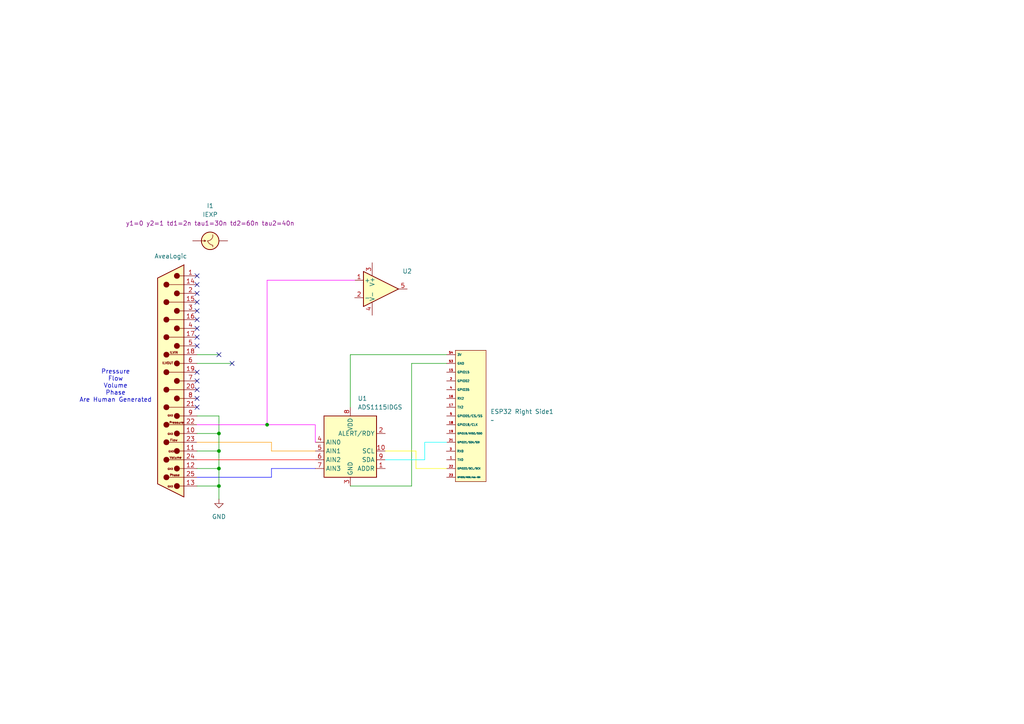
<source format=kicad_sch>
(kicad_sch (version 20250114) (generator "eeschema") (generator_version "9.0")
  (paper "A4")
  (lib_symbols
    (symbol "Analog_ADC:ADS1115IDGS"
      (property "Reference" "U" (at 2.54 13.97 0))
      (property "Value" "ADS1115IDGS" (at 7.62 11.43 0))
      (symbol "ADS1115IDGS_0_1"
        (rectangle (start -7.62 10.16) (end 7.62 -7.62) (stroke (width 0.254)) (fill (type background)))
      )
      (symbol "ADS1115IDGS_1_1"
        (pin input line (at -10.16 2.54 0) (length 2.54) (name "AIN0") (number "4"))
        (pin input line (at -10.16 0 0) (length 2.54) (name "AIN1") (number "5"))
        (pin input line (at -10.16 -2.54 0) (length 2.54) (name "AIN2") (number "6"))
        (pin input line (at -10.16 -5.08 0) (length 2.54) (name "AIN3") (number "7"))
        (pin power_in line (at 0 12.7 270) (length 2.54) (name "VDD") (number "8"))
        (pin power_in line (at 0 -10.16 90) (length 2.54) (name "GND") (number "3"))
        (pin output line (at 10.16 5.08 180) (length 2.54) (name "ALERT/RDY") (number "2"))
        (pin input line (at 10.16 0 180) (length 2.54) (name "SCL") (number "10"))
        (pin bidirectional line (at 10.16 -2.54 180) (length 2.54) (name "SDA") (number "9"))
        (pin input line (at 10.16 -5.08 180) (length 2.54) (name "ADDR") (number "1"))
      )
    )
    (symbol "Simulation_SPICE:IEXP" (pin_numbers (hide yes)) (pin_names (offset 0.0254))
      (property "Reference" "I" (at 2.54 2.54 0))
      (property "Value" "IEXP" (at 2.54 0 0))
      (property "Sim.Params" "y1=0 y2=1 td1=2n tau1=30n td2=60n tau2=40n" (at 2.54 -2.54 0))
      (symbol "IEXP_0_0"
        (polyline (pts (xy -1.27 -0.762) (xy -1.778 -0.762)))
        (arc (start -1.27 -0.762) (mid -0.8506 0.1796) (end 0 0.762))
        (polyline (pts (xy 1.27 -0.762) (xy 1.778 -0.762)))
        (arc (start 1.27 -0.762) (mid 0.3591 -0.2299) (end 0 0.762))
      )
      (symbol "IEXP_0_1"
        (polyline (pts (xy -0.254 1.778) (xy 0 1.27) (xy 0.254 1.778)))
        (polyline (pts (xy 0 1.27) (xy 0 2.286)))
        (circle (center 0 0) (radius 2.54) (stroke (width 0.254)) (fill (type background)))
      )
      (symbol "IEXP_1_1"
        (pin passive line (at 0 5.08 270) (length 2.54) (name "~") (number "1"))
        (pin passive line (at 0 -5.08 90) (length 2.54) (name "~") (number "2"))
      )
    )
    (symbol "Simulation_SPICE:OPAMP" (pin_names (offset 0.254))
      (property "Reference" "U" (at 3.81 3.175 0))
      (property "Value" "${SIM.PARAMS}" (at 3.81 -3.175 0))
      (symbol "OPAMP_0_1"
        (polyline (pts (xy 5.08 0) (xy -5.08 5.08) (xy -5.08 -5.08) (xy 5.08 0)) (stroke (width 0.254)) (fill (type background)))
      )
      (symbol "OPAMP_1_1"
        (pin input line (at -7.62 2.54 0) (length 2.54) (name "+") (number "1"))
        (pin input line (at -7.62 -2.54 0) (length 2.54) (name "-") (number "2"))
        (pin power_in line (at -2.54 7.62 270) (length 3.81) (name "V+") (number "3"))
        (pin power_in line (at -2.54 -7.62 90) (length 3.81) (name "V-") (number "4"))
        (pin output line (at 7.62 0 180) (length 2.54) (name "~") (number "5"))
      )
    )
    (symbol "UserDefined:AveaLogic" (pin_names (offset 1.016) (hide yes))
      (property "Value" "AveaLogic" (at -32.385 35.56 0))
      (symbol "AveaLogic_0_1"
        (circle (center -33.655 28.575) (radius 0.762) (fill (type outline)))
        (circle (center -33.655 23.495) (radius 0.762) (fill (type outline)))
        (circle (center -33.655 18.415) (radius 0.762) (fill (type outline)))
        (circle (center -33.655 13.335) (radius 0.762) (fill (type outline)))
        (circle (center -33.655 8.255) (radius 0.762) (fill (type outline)))
        (circle (center -33.655 3.175) (radius 0.762) (fill (type outline)))
        (circle (center -33.655 -1.905) (radius 0.762) (fill (type outline)))
        (circle (center -33.655 -6.985) (radius 0.762) (fill (type outline)))
        (circle (center -33.655 -12.065) (radius 0.762) (fill (type outline)))
        (circle (center -33.655 -17.145) (radius 0.762) (fill (type outline)))
        (circle (center -33.655 -22.225) (radius 0.762) (fill (type outline)))
        (circle (center -33.655 -27.305) (radius 0.762) (fill (type outline)))
        (circle (center -30.607 31.115) (radius 0.762) (fill (type outline)))
        (circle (center -30.607 26.035) (radius 0.762) (fill (type outline)))
        (circle (center -30.607 20.955) (radius 0.762) (fill (type outline)))
        (circle (center -30.607 15.875) (radius 0.762) (fill (type outline)))
        (circle (center -30.607 10.795) (radius 0.762) (fill (type outline)))
        (circle (center -30.607 5.715) (radius 0.762) (fill (type outline)))
        (circle (center -30.607 0.635) (radius 0.762) (fill (type outline)))
        (circle (center -30.607 -4.445) (radius 0.762) (fill (type outline)))
        (circle (center -30.607 -9.525) (radius 0.762) (fill (type outline)))
        (circle (center -30.607 -14.605) (radius 0.762) (fill (type outline)))
        (circle (center -30.607 -19.685) (radius 0.762) (fill (type outline)))
        (circle (center -30.607 -24.765) (radius 0.762) (fill (type outline)))
        (circle (center -30.607 -29.845) (radius 0.762) (fill (type outline)))
        (polyline (pts (xy -28.575 34.29) (xy -36.195 30.48) (xy -36.195 -29.21) (xy -28.575 -33.02) (xy -28.575 34.29)) (stroke (width 0.254)) (fill (type background)))
        (polyline (pts (xy -28.575 31.115) (xy -29.845 31.115)))
        (polyline (pts (xy -28.575 28.575) (xy -32.893 28.575)))
        (polyline (pts (xy -28.575 26.035) (xy -29.845 26.035)))
        (polyline (pts (xy -28.575 23.495) (xy -32.893 23.495)))
        (polyline (pts (xy -28.575 20.955) (xy -29.845 20.955)))
        (polyline (pts (xy -28.575 18.415) (xy -32.893 18.415)))
        (polyline (pts (xy -28.575 15.875) (xy -29.845 15.875)))
        (polyline (pts (xy -28.575 13.335) (xy -32.893 13.335)))
        (polyline (pts (xy -28.575 10.795) (xy -29.845 10.795)))
        (polyline (pts (xy -28.575 8.255) (xy -32.893 8.255)))
        (polyline (pts (xy -28.575 5.715) (xy -29.845 5.715)))
        (polyline (pts (xy -28.575 3.175) (xy -32.893 3.175)))
        (polyline (pts (xy -28.575 0.635) (xy -29.845 0.635)))
        (polyline (pts (xy -28.575 -1.905) (xy -32.893 -1.905)))
        (polyline (pts (xy -28.575 -4.445) (xy -29.845 -4.445)))
        (polyline (pts (xy -28.575 -6.985) (xy -32.893 -6.985)))
        (polyline (pts (xy -28.575 -9.525) (xy -29.845 -9.525)))
        (polyline (pts (xy -28.575 -12.065) (xy -32.893 -12.065)))
        (polyline (pts (xy -28.575 -14.605) (xy -29.845 -14.605)))
        (polyline (pts (xy -28.575 -17.145) (xy -32.893 -17.145)))
        (polyline (pts (xy -28.575 -19.685) (xy -29.845 -19.685)))
        (polyline (pts (xy -28.575 -22.225) (xy -32.893 -22.225)))
        (polyline (pts (xy -28.575 -24.765) (xy -29.845 -24.765)))
        (polyline (pts (xy -28.575 -27.305) (xy -32.893 -27.305)))
        (polyline (pts (xy -28.575 -29.845) (xy -29.845 -29.845)))
      )
      (symbol "AveaLogic_1_1"
        (text "ILVOUT" (at -33.274 5.842 0) (effects (font (size 0.635 0.635))))
        (text "GND" (at -32.512 -9.398 0) (effects (font (size 0.508 0.508))))
        (text "GND" (at -32.512 -14.732 0) (effects (font (size 0.508 0.508))))
        (text "GND" (at -32.512 -24.892 0) (effects (font (size 0.508 0.508))))
        (text "GND" (at -32.512 -29.972 0) (effects (font (size 0.508 0.508))))
        (text "GND" (at -32.258 -19.812 0) (effects (font (size 0.508 0.508))))
        (text "ILVIN" (at -31.496 8.89 0) (effects (font (size 0.635 0.635))))
        (text "Flow" (at -31.496 -16.51 0) (effects (font (size 0.635 0.635))))
        (text "Phase" (at -31.242 -26.67 0) (effects (font (size 0.635 0.635))))
        (text "Volume" (at -30.988 -21.59 0) (effects (font (size 0.635 0.635))))
        (text "Pressure" (at -30.734 -11.43 0) (effects (font (size 0.635 0.635))))
        (pin passive line (at -24.765 31.115 180) (length 3.81) (name "1") (number "1"))
        (pin passive line (at -24.765 28.575 180) (length 3.81) (name "P14") (number "14"))
        (pin passive line (at -24.765 26.035 180) (length 3.81) (name "2") (number "2"))
        (pin passive line (at -24.765 23.495 180) (length 3.81) (name "P15") (number "15"))
        (pin passive line (at -24.765 20.955 180) (length 3.81) (name "3") (number "3"))
        (pin passive line (at -24.765 18.415 180) (length 3.81) (name "P16") (number "16"))
        (pin passive line (at -24.765 15.875 180) (length 3.81) (name "4") (number "4"))
        (pin passive line (at -24.765 13.335 180) (length 3.81) (name "P17") (number "17"))
        (pin passive line (at -24.765 10.795 180) (length 3.81) (name "5") (number "5"))
        (pin passive line (at -24.765 8.255 180) (length 3.81) (name "ILVIN") (number "18"))
        (pin passive line (at -24.765 5.715 180) (length 3.81) (name "ILVOUT") (number "6"))
        (pin passive line (at -24.765 3.175 180) (length 3.81) (name "P19") (number "19"))
        (pin passive line (at -24.765 0.635 180) (length 3.81) (name "7") (number "7"))
        (pin passive line (at -24.765 -1.905 180) (length 3.81) (name "P20") (number "20"))
        (pin passive line (at -24.765 -4.445 180) (length 3.81) (name "8") (number "8"))
        (pin passive line (at -24.765 -6.985 180) (length 3.81) (name "P21") (number "21"))
        (pin power_in line (at -24.765 -9.525 180) (length 3.81) (name "GND") (number "9"))
        (pin passive line (at -24.765 -12.065 180) (length 3.81) (name "PRESSURE") (number "22"))
        (pin power_in line (at -24.765 -14.605 180) (length 3.81) (name "GND") (number "10"))
        (pin passive line (at -24.765 -17.145 180) (length 3.81) (name "FLOW") (number "23"))
        (pin power_in line (at -24.765 -19.685 180) (length 3.81) (name "GND") (number "11"))
        (pin passive line (at -24.765 -22.225 180) (length 3.81) (name "VOLUME") (number "24"))
        (pin power_in line (at -24.765 -24.765 180) (length 3.81) (name "GND") (number "12"))
        (pin passive line (at -24.765 -27.305 180) (length 3.81) (name "PHASE") (number "25"))
        (pin power_in line (at -24.765 -29.845 180) (length 3.81) (name "GND") (number "13"))
      )
    )
    (symbol "UserDefined:ESP32DevKitV1-RightSide"
      (property "Reference" "ESP32 Right Side" (at 16.002 -2.54 0))
      (symbol "ESP32DevKitV1-RightSide_1_1"
        (rectangle (start 11.43 -3.81) (end 20.32 -41.91) (fill (type background)))
        (pin bidirectional line (at 22.86 -5.08 180) (length 2.54) (name "GPIO23/MOSI/Ada-SDI") (number "23"))
        (pin bidirectional line (at 22.86 -7.62 180) (length 2.54) (name "GPIO22/SCL/SCK") (number "22"))
        (pin bidirectional line (at 22.86 -10.16 180) (length 2.54) (name "TX0") (number "1"))
        (pin bidirectional line (at 22.86 -15.24 180) (length 2.54) (name "GPIO21/SDA/SDI") (number "21"))
        (pin bidirectional line (at 22.86 -17.78 180) (length 2.54) (name "GPIO19/MISO/SDO") (number "19"))
        (pin bidirectional line (at 22.86 -20.32 180) (length 2.54) (name "GPIO18/CLK") (number "18"))
        (pin bidirectional line (at 22.86 -22.86 180) (length 2.54) (name "GPIO05/CS/SS") (number "5"))
        (pin bidirectional line (at 22.86 -25.4 180) (length 2.54) (name "TX2") (number "17"))
        (pin bidirectional line (at 22.86 -27.94 180) (length 2.54) (name "RX2") (number "16"))
        (pin bidirectional line (at 22.86 -30.48 180) (length 2.54) (name "GPIO35") (number "4"))
        (pin bidirectional line (at 22.86 -33.02 180) (length 2.54) (name "GPIO02") (number "2"))
        (pin bidirectional line (at 22.86 -35.56 180) (length 2.54) (name "GPIO15") (number "15"))
        (pin power_in line (at 22.86 -38.1 180) (length 2.54) (name "GND") (number "53"))
        (pin power_out line (at 22.86 -40.64 180) (length 2.54) (name "3V") (number "54"))
        (pin bidirectional line (at 22.9449 -12.6419 180) (length 2.54) (name "RX0") (number "3"))
      )
    )
    (symbol "power:GND" (power) (pin_numbers (hide yes)) (pin_names (offset 0) (hide yes))
      (property "Value" "GND" (at 0 -3.81 0))
      (symbol "GND_0_1"
        (polyline (pts (xy 0 0) (xy 0 -1.27) (xy 1.27 -1.27) (xy 0 -2.54) (xy -1.27 -1.27) (xy 0 -1.27)))
      )
      (symbol "GND_1_1"
        (pin power_in line (at 0 0 270) (length 0) (name "~") (number "1"))
      )
    )
  )
  (text "Pressure\nFlow\nVolume\nPhase\nAre Human Generated" (at 33.528 112.014 0) (effects (font (size 1.27 1.27))))
  (junction (at 77.47 123.19))
  (junction (at 63.5 135.89))
  (junction (at 63.5 130.81))
  (junction (at 63.5 140.97))
  (junction (at 63.5 125.73))
  (no_connect (at 57.15 80.01))
  (no_connect (at 57.15 87.63))
  (no_connect (at 57.15 97.79))
  (no_connect (at 57.15 113.03))
  (no_connect (at 57.15 107.95))
  (no_connect (at 57.15 90.17))
  (no_connect (at 57.15 118.11))
  (no_connect (at 57.15 85.09))
  (no_connect (at 63.5 102.87))
  (no_connect (at 57.15 82.55))
  (no_connect (at 57.15 92.71))
  (no_connect (at 57.15 115.57))
  (no_connect (at 57.15 95.25))
  (no_connect (at 67.31 105.41))
  (no_connect (at 57.15 110.49))
  (no_connect (at 57.15 100.33))
  (wire (pts (xy 63.5 125.73) (xy 63.5 130.81)))
  (wire (pts (xy 57.15 138.43) (xy 78.74 138.43)) (stroke (width 0) (color 0 0 255 1)))
  (wire (pts (xy 78.74 128.27) (xy 78.74 130.81)) (stroke (width 0) (color 255 153 0 1)))
  (wire (pts (xy 77.47 123.19) (xy 91.44 123.19)) (stroke (width 0) (color 255 0 255 1)))
  (wire (pts (xy 78.74 130.81) (xy 91.44 130.81)) (stroke (width 0) (color 255 153 0 1)))
  (wire (pts (xy 57.15 105.41) (xy 67.31 105.41)))
  (wire (pts (xy 119.38 140.97) (xy 119.38 105.41)))
  (wire (pts (xy 63.5 140.97) (xy 63.5 144.78)))
  (wire (pts (xy 123.19 128.27) (xy 129.54 128.27)) (stroke (width 0) (color 0 255 255 1)))
  (wire (pts (xy 119.38 105.41) (xy 129.54 105.41)))
  (wire (pts (xy 101.6 102.87) (xy 129.54 102.87)))
  (wire (pts (xy 57.15 135.89) (xy 63.5 135.89)))
  (wire (pts (xy 120.65 130.81) (xy 120.65 135.89)) (stroke (width 0) (color 255 255 0 1)))
  (wire (pts (xy 63.5 130.81) (xy 63.5 135.89)))
  (wire (pts (xy 57.15 120.65) (xy 63.5 120.65)))
  (wire (pts (xy 63.5 140.97) (xy 57.15 140.97)))
  (wire (pts (xy 111.76 130.81) (xy 120.65 130.81)) (stroke (width 0) (color 255 255 0 1)))
  (wire (pts (xy 77.47 81.28) (xy 102.87 81.28)) (stroke (width 0) (color 255 0 255 1)))
  (wire (pts (xy 111.76 133.35) (xy 123.19 133.35)) (stroke (width 0) (color 0 255 255 1)))
  (wire (pts (xy 57.15 130.81) (xy 63.5 130.81)))
  (wire (pts (xy 120.65 135.89) (xy 129.54 135.89)) (stroke (width 0) (color 255 255 0 1)))
  (wire (pts (xy 101.6 140.97) (xy 119.38 140.97)))
  (wire (pts (xy 57.15 133.35) (xy 91.44 133.35)) (stroke (width 0) (color 255 0 0 1)))
  (wire (pts (xy 101.6 118.11) (xy 101.6 102.87)))
  (wire (pts (xy 57.15 102.87) (xy 63.5 102.87)))
  (wire (pts (xy 57.15 123.19) (xy 77.47 123.19)) (stroke (width 0) (color 255 0 255 1)))
  (wire (pts (xy 77.47 123.19) (xy 77.47 81.28)) (stroke (width 0) (color 255 0 255 1)))
  (wire (pts (xy 63.5 135.89) (xy 63.5 140.97)))
  (wire (pts (xy 91.44 123.19) (xy 91.44 128.27)) (stroke (width 0) (color 255 0 255 1)))
  (wire (pts (xy 57.15 125.73) (xy 63.5 125.73)))
  (wire (pts (xy 57.15 128.27) (xy 78.74 128.27)) (stroke (width 0) (color 255 153 0 1)))
  (wire (pts (xy 63.5 120.65) (xy 63.5 125.73)))
  (wire (pts (xy 78.74 135.89) (xy 91.44 135.89)) (stroke (width 0) (color 0 0 255 1)))
  (wire (pts (xy 78.74 138.43) (xy 78.74 135.89)) (stroke (width 0) (color 0 0 255 1)))
  (wire (pts (xy 123.19 133.35) (xy 123.19 128.27)) (stroke (width 0) (color 0 255 255 1)))
  (symbol (lib_id "UserDefined:ESP32DevKitV1-RightSide") (at 152.4 143.51 180) (unit 1)
    (property "Reference" "ESP32 Right Side1" (at 142.24 119.3799 0) (effects (justify right)))
    (property "Value" "~" (at 142.24 121.9199 0) (effects (justify right)))
    (property "Footprint" "UserDefined:ESP32-DEVKITV1-Paul-Half2" (effects (hide yes)))
  )
  (symbol (lib_id "UserDefined:AveaLogic") (at 81.915 111.125 0) (unit 1)
    (property "Reference" "J1" (effects (hide yes)))
    (property "Value" "AveaLogic" (at 49.53 74.295 0))
    (property "Footprint" "Connector_Dsub:DSUB-25_Pins_Horizontal_P2.77x2.84mm_EdgePinOffset9.90mm_Housed_MountingHolesOffset11.32mm" (effects (hide yes)))
    (property "Description" "25-pin D-SUB connector, pins (male)" (effects (hide yes)))
  )
  (symbol (lib_id "Analog_ADC:ADS1115IDGS") (at 101.6 130.81 0) (unit 1)
    (property "Reference" "U1" (at 103.7433 115.57 0) (effects (justify left)))
    (property "Value" "ADS1115IDGS" (at 103.7433 118.11 0) (effects (justify left)))
    (property "Footprint" "UserDefined:ADS1115FootPrint" (effects (hide yes)))
    (property "Datasheet" "http://www.ti.com/lit/ds/symlink/ads1113.pdf" (effects (hide yes)))
    (property "Description" "Ultra-Small, Low-Power, I2C-Compatible, 860-SPS, 16-Bit ADCs With Internal Reference, Oscillator, and Programmable Comparator, VSSOP-10" (effects (hide yes)))
  )
  (symbol (lib_id "power:GND") (at 63.5 144.78 0) (unit 1)
    (property "Reference" "#PWR01" (effects (hide yes)))
    (property "Value" "GND" (at 63.5 149.86 0))
    (property "Description" "Power symbol creates a global label with name \"GND\" , ground" (effects (hide yes)))
  )
  (symbol (lib_id "Simulation_SPICE:OPAMP") (at 110.49 83.82 0) (unit 1)
    (property "Reference" "U2" (at 118.11 78.6698 0))
    (property "Value" "${SIM.PARAMS}" (at 118.11 80.5749 0))
    (property "Datasheet" "https://ngspice.sourceforge.io/docs/ngspice-html-manual/manual.xhtml#sec__SUBCKT_Subcircuits" (effects (hide yes)))
    (property "Description" "Operational amplifier, single" (effects (hide yes)))
    (property "Sim.Pins" "1=in+ 2=in- 3=vcc 4=vee 5=out" (effects (hide yes)))
    (property "Sim.Device" "SUBCKT" (effects (hide yes)))
    (property "Sim.Library" "${KICAD9_SYMBOL_DIR}/Simulation_SPICE.sp" (effects (hide yes)))
    (property "Sim.Name" "kicad_builtin_opamp" (effects (hide yes)))
  )
  (symbol (lib_id "Simulation_SPICE:IEXP") (at 60.96 69.85 90) (unit 1)
    (property "Reference" "I1" (at 60.96 59.69 90))
    (property "Value" "IEXP" (at 60.96 62.23 90))
    (property "Datasheet" "https://ngspice.sourceforge.io/docs/ngspice-html-manual/manual.xhtml#sec_Independent_Sources_for" (effects (hide yes)))
    (property "Description" "Current source, exponential" (effects (hide yes)))
    (property "Sim.Pins" "1=+ 2=-" (effects (hide yes)))
    (property "Sim.Type" "EXP" (effects (hide yes)))
    (property "Sim.Device" "I" (effects (hide yes)))
    (property "Sim.Params" "y1=0 y2=1 td1=2n tau1=30n td2=60n tau2=40n" (at 60.96 64.77 90))
  )
)
</source>
